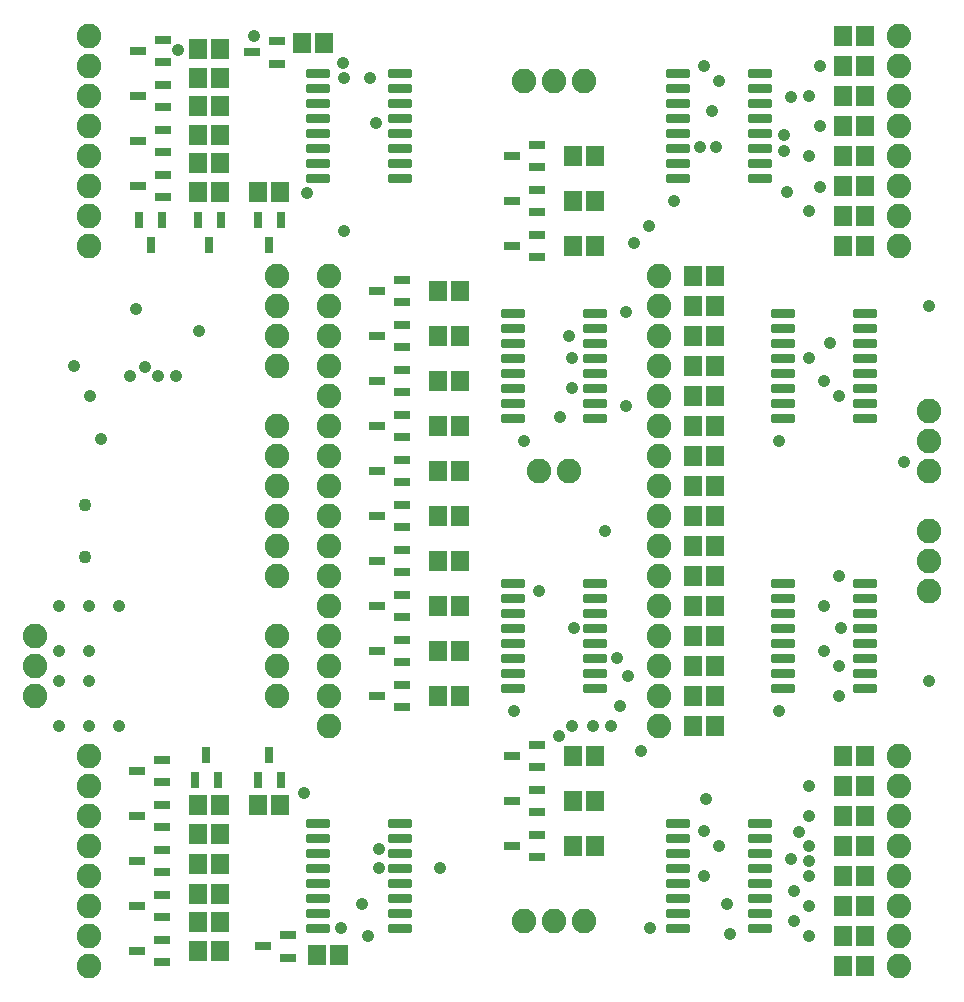
<source format=gbr>
G04 EAGLE Gerber RS-274X export*
G75*
%MOMM*%
%FSLAX34Y34*%
%LPD*%
%INSoldermask Top*%
%IPPOS*%
%AMOC8*
5,1,8,0,0,1.08239X$1,22.5*%
G01*
%ADD10R,1.453200X0.803200*%
%ADD11R,0.803200X1.453200*%
%ADD12R,1.503200X1.703200*%
%ADD13C,0.357806*%
%ADD14C,2.082800*%
%ADD15C,1.103200*%
%ADD16C,1.061200*%


D10*
X126070Y777850D03*
X126070Y796950D03*
X105070Y787400D03*
X126070Y739750D03*
X126070Y758850D03*
X105070Y749300D03*
X126070Y701650D03*
X126070Y720750D03*
X105070Y711200D03*
X126070Y663550D03*
X126070Y682650D03*
X105070Y673100D03*
D11*
X125120Y644230D03*
X106020Y644230D03*
X115570Y623230D03*
X174650Y644230D03*
X155550Y644230D03*
X165100Y623230D03*
D10*
X222590Y776580D03*
X222590Y795680D03*
X201590Y786130D03*
D11*
X225450Y644230D03*
X206350Y644230D03*
X215900Y623230D03*
D12*
X720700Y698500D03*
X701700Y698500D03*
X174600Y668020D03*
X155600Y668020D03*
X225400Y668020D03*
X206400Y668020D03*
X720700Y800100D03*
X701700Y800100D03*
X720700Y774700D03*
X701700Y774700D03*
X720700Y749300D03*
X701700Y749300D03*
X720700Y723900D03*
X701700Y723900D03*
X262230Y793750D03*
X243230Y793750D03*
X720700Y673100D03*
X701700Y673100D03*
X720700Y647700D03*
X701700Y647700D03*
X720700Y622300D03*
X701700Y622300D03*
X174600Y788670D03*
X155600Y788670D03*
X174600Y764540D03*
X155600Y764540D03*
X174600Y740410D03*
X155600Y740410D03*
X174600Y716280D03*
X155600Y716280D03*
X174600Y692150D03*
X155600Y692150D03*
D13*
X553573Y766073D02*
X570727Y766073D01*
X553573Y766073D02*
X553573Y770627D01*
X570727Y770627D01*
X570727Y766073D01*
X570727Y769472D02*
X553573Y769472D01*
X553573Y753373D02*
X570727Y753373D01*
X553573Y753373D02*
X553573Y757927D01*
X570727Y757927D01*
X570727Y753373D01*
X570727Y756772D02*
X553573Y756772D01*
X553573Y740673D02*
X570727Y740673D01*
X553573Y740673D02*
X553573Y745227D01*
X570727Y745227D01*
X570727Y740673D01*
X570727Y744072D02*
X553573Y744072D01*
X553573Y727973D02*
X570727Y727973D01*
X553573Y727973D02*
X553573Y732527D01*
X570727Y732527D01*
X570727Y727973D01*
X570727Y731372D02*
X553573Y731372D01*
X553573Y715273D02*
X570727Y715273D01*
X553573Y715273D02*
X553573Y719827D01*
X570727Y719827D01*
X570727Y715273D01*
X570727Y718672D02*
X553573Y718672D01*
X553573Y702573D02*
X570727Y702573D01*
X553573Y702573D02*
X553573Y707127D01*
X570727Y707127D01*
X570727Y702573D01*
X570727Y705972D02*
X553573Y705972D01*
X553573Y689873D02*
X570727Y689873D01*
X553573Y689873D02*
X553573Y694427D01*
X570727Y694427D01*
X570727Y689873D01*
X570727Y693272D02*
X553573Y693272D01*
X553573Y677173D02*
X570727Y677173D01*
X553573Y677173D02*
X553573Y681727D01*
X570727Y681727D01*
X570727Y677173D01*
X570727Y680572D02*
X553573Y680572D01*
X623073Y677173D02*
X640227Y677173D01*
X623073Y677173D02*
X623073Y681727D01*
X640227Y681727D01*
X640227Y677173D01*
X640227Y680572D02*
X623073Y680572D01*
X623073Y689873D02*
X640227Y689873D01*
X623073Y689873D02*
X623073Y694427D01*
X640227Y694427D01*
X640227Y689873D01*
X640227Y693272D02*
X623073Y693272D01*
X623073Y702573D02*
X640227Y702573D01*
X623073Y702573D02*
X623073Y707127D01*
X640227Y707127D01*
X640227Y702573D01*
X640227Y705972D02*
X623073Y705972D01*
X623073Y715273D02*
X640227Y715273D01*
X623073Y715273D02*
X623073Y719827D01*
X640227Y719827D01*
X640227Y715273D01*
X640227Y718672D02*
X623073Y718672D01*
X623073Y727973D02*
X640227Y727973D01*
X623073Y727973D02*
X623073Y732527D01*
X640227Y732527D01*
X640227Y727973D01*
X640227Y731372D02*
X623073Y731372D01*
X623073Y740673D02*
X640227Y740673D01*
X623073Y740673D02*
X623073Y745227D01*
X640227Y745227D01*
X640227Y740673D01*
X640227Y744072D02*
X623073Y744072D01*
X623073Y753373D02*
X640227Y753373D01*
X623073Y753373D02*
X623073Y757927D01*
X640227Y757927D01*
X640227Y753373D01*
X640227Y756772D02*
X623073Y756772D01*
X623073Y766073D02*
X640227Y766073D01*
X623073Y766073D02*
X623073Y770627D01*
X640227Y770627D01*
X640227Y766073D01*
X640227Y769472D02*
X623073Y769472D01*
D12*
X574700Y495300D03*
X593700Y495300D03*
X574700Y469900D03*
X593700Y469900D03*
X574700Y444500D03*
X593700Y444500D03*
X574700Y419100D03*
X593700Y419100D03*
X574700Y596900D03*
X593700Y596900D03*
X574700Y571500D03*
X593700Y571500D03*
X574700Y546100D03*
X593700Y546100D03*
X574700Y520700D03*
X593700Y520700D03*
D13*
X642473Y562873D02*
X659627Y562873D01*
X642473Y562873D02*
X642473Y567427D01*
X659627Y567427D01*
X659627Y562873D01*
X659627Y566272D02*
X642473Y566272D01*
X642473Y550173D02*
X659627Y550173D01*
X642473Y550173D02*
X642473Y554727D01*
X659627Y554727D01*
X659627Y550173D01*
X659627Y553572D02*
X642473Y553572D01*
X642473Y537473D02*
X659627Y537473D01*
X642473Y537473D02*
X642473Y542027D01*
X659627Y542027D01*
X659627Y537473D01*
X659627Y540872D02*
X642473Y540872D01*
X642473Y524773D02*
X659627Y524773D01*
X642473Y524773D02*
X642473Y529327D01*
X659627Y529327D01*
X659627Y524773D01*
X659627Y528172D02*
X642473Y528172D01*
X642473Y512073D02*
X659627Y512073D01*
X642473Y512073D02*
X642473Y516627D01*
X659627Y516627D01*
X659627Y512073D01*
X659627Y515472D02*
X642473Y515472D01*
X642473Y499373D02*
X659627Y499373D01*
X642473Y499373D02*
X642473Y503927D01*
X659627Y503927D01*
X659627Y499373D01*
X659627Y502772D02*
X642473Y502772D01*
X642473Y486673D02*
X659627Y486673D01*
X642473Y486673D02*
X642473Y491227D01*
X659627Y491227D01*
X659627Y486673D01*
X659627Y490072D02*
X642473Y490072D01*
X642473Y473973D02*
X659627Y473973D01*
X642473Y473973D02*
X642473Y478527D01*
X659627Y478527D01*
X659627Y473973D01*
X659627Y477372D02*
X642473Y477372D01*
X711973Y473973D02*
X729127Y473973D01*
X711973Y473973D02*
X711973Y478527D01*
X729127Y478527D01*
X729127Y473973D01*
X729127Y477372D02*
X711973Y477372D01*
X711973Y486673D02*
X729127Y486673D01*
X711973Y486673D02*
X711973Y491227D01*
X729127Y491227D01*
X729127Y486673D01*
X729127Y490072D02*
X711973Y490072D01*
X711973Y499373D02*
X729127Y499373D01*
X711973Y499373D02*
X711973Y503927D01*
X729127Y503927D01*
X729127Y499373D01*
X729127Y502772D02*
X711973Y502772D01*
X711973Y512073D02*
X729127Y512073D01*
X711973Y512073D02*
X711973Y516627D01*
X729127Y516627D01*
X729127Y512073D01*
X729127Y515472D02*
X711973Y515472D01*
X711973Y524773D02*
X729127Y524773D01*
X711973Y524773D02*
X711973Y529327D01*
X729127Y529327D01*
X729127Y524773D01*
X729127Y528172D02*
X711973Y528172D01*
X711973Y537473D02*
X729127Y537473D01*
X711973Y537473D02*
X711973Y542027D01*
X729127Y542027D01*
X729127Y537473D01*
X729127Y540872D02*
X711973Y540872D01*
X711973Y550173D02*
X729127Y550173D01*
X711973Y550173D02*
X711973Y554727D01*
X729127Y554727D01*
X729127Y550173D01*
X729127Y553572D02*
X711973Y553572D01*
X711973Y562873D02*
X729127Y562873D01*
X711973Y562873D02*
X711973Y567427D01*
X729127Y567427D01*
X729127Y562873D01*
X729127Y566272D02*
X711973Y566272D01*
D12*
X574700Y292100D03*
X593700Y292100D03*
X574700Y266700D03*
X593700Y266700D03*
X574700Y241300D03*
X593700Y241300D03*
X574700Y215900D03*
X593700Y215900D03*
X574700Y393700D03*
X593700Y393700D03*
X574700Y368300D03*
X593700Y368300D03*
X574700Y342900D03*
X593700Y342900D03*
X574700Y317500D03*
X593700Y317500D03*
D13*
X642473Y334273D02*
X659627Y334273D01*
X642473Y334273D02*
X642473Y338827D01*
X659627Y338827D01*
X659627Y334273D01*
X659627Y337672D02*
X642473Y337672D01*
X642473Y321573D02*
X659627Y321573D01*
X642473Y321573D02*
X642473Y326127D01*
X659627Y326127D01*
X659627Y321573D01*
X659627Y324972D02*
X642473Y324972D01*
X642473Y308873D02*
X659627Y308873D01*
X642473Y308873D02*
X642473Y313427D01*
X659627Y313427D01*
X659627Y308873D01*
X659627Y312272D02*
X642473Y312272D01*
X642473Y296173D02*
X659627Y296173D01*
X642473Y296173D02*
X642473Y300727D01*
X659627Y300727D01*
X659627Y296173D01*
X659627Y299572D02*
X642473Y299572D01*
X642473Y283473D02*
X659627Y283473D01*
X642473Y283473D02*
X642473Y288027D01*
X659627Y288027D01*
X659627Y283473D01*
X659627Y286872D02*
X642473Y286872D01*
X642473Y270773D02*
X659627Y270773D01*
X642473Y270773D02*
X642473Y275327D01*
X659627Y275327D01*
X659627Y270773D01*
X659627Y274172D02*
X642473Y274172D01*
X642473Y258073D02*
X659627Y258073D01*
X642473Y258073D02*
X642473Y262627D01*
X659627Y262627D01*
X659627Y258073D01*
X659627Y261472D02*
X642473Y261472D01*
X642473Y245373D02*
X659627Y245373D01*
X642473Y245373D02*
X642473Y249927D01*
X659627Y249927D01*
X659627Y245373D01*
X659627Y248772D02*
X642473Y248772D01*
X711973Y245373D02*
X729127Y245373D01*
X711973Y245373D02*
X711973Y249927D01*
X729127Y249927D01*
X729127Y245373D01*
X729127Y248772D02*
X711973Y248772D01*
X711973Y258073D02*
X729127Y258073D01*
X711973Y258073D02*
X711973Y262627D01*
X729127Y262627D01*
X729127Y258073D01*
X729127Y261472D02*
X711973Y261472D01*
X711973Y270773D02*
X729127Y270773D01*
X711973Y270773D02*
X711973Y275327D01*
X729127Y275327D01*
X729127Y270773D01*
X729127Y274172D02*
X711973Y274172D01*
X711973Y283473D02*
X729127Y283473D01*
X711973Y283473D02*
X711973Y288027D01*
X729127Y288027D01*
X729127Y283473D01*
X729127Y286872D02*
X711973Y286872D01*
X711973Y296173D02*
X729127Y296173D01*
X711973Y296173D02*
X711973Y300727D01*
X729127Y300727D01*
X729127Y296173D01*
X729127Y299572D02*
X711973Y299572D01*
X711973Y308873D02*
X729127Y308873D01*
X711973Y308873D02*
X711973Y313427D01*
X729127Y313427D01*
X729127Y308873D01*
X729127Y312272D02*
X711973Y312272D01*
X711973Y321573D02*
X729127Y321573D01*
X711973Y321573D02*
X711973Y326127D01*
X729127Y326127D01*
X729127Y321573D01*
X729127Y324972D02*
X711973Y324972D01*
X711973Y334273D02*
X729127Y334273D01*
X711973Y334273D02*
X711973Y338827D01*
X729127Y338827D01*
X729127Y334273D01*
X729127Y337672D02*
X711973Y337672D01*
D12*
X720700Y88900D03*
X701700Y88900D03*
X720700Y63500D03*
X701700Y63500D03*
X720700Y38100D03*
X701700Y38100D03*
X720700Y12700D03*
X701700Y12700D03*
X720700Y190500D03*
X701700Y190500D03*
X720700Y165100D03*
X701700Y165100D03*
X720700Y139700D03*
X701700Y139700D03*
X720700Y114300D03*
X701700Y114300D03*
D13*
X570727Y131073D02*
X553573Y131073D01*
X553573Y135627D01*
X570727Y135627D01*
X570727Y131073D01*
X570727Y134472D02*
X553573Y134472D01*
X553573Y118373D02*
X570727Y118373D01*
X553573Y118373D02*
X553573Y122927D01*
X570727Y122927D01*
X570727Y118373D01*
X570727Y121772D02*
X553573Y121772D01*
X553573Y105673D02*
X570727Y105673D01*
X553573Y105673D02*
X553573Y110227D01*
X570727Y110227D01*
X570727Y105673D01*
X570727Y109072D02*
X553573Y109072D01*
X553573Y92973D02*
X570727Y92973D01*
X553573Y92973D02*
X553573Y97527D01*
X570727Y97527D01*
X570727Y92973D01*
X570727Y96372D02*
X553573Y96372D01*
X553573Y80273D02*
X570727Y80273D01*
X553573Y80273D02*
X553573Y84827D01*
X570727Y84827D01*
X570727Y80273D01*
X570727Y83672D02*
X553573Y83672D01*
X553573Y67573D02*
X570727Y67573D01*
X553573Y67573D02*
X553573Y72127D01*
X570727Y72127D01*
X570727Y67573D01*
X570727Y70972D02*
X553573Y70972D01*
X553573Y54873D02*
X570727Y54873D01*
X553573Y54873D02*
X553573Y59427D01*
X570727Y59427D01*
X570727Y54873D01*
X570727Y58272D02*
X553573Y58272D01*
X553573Y42173D02*
X570727Y42173D01*
X553573Y42173D02*
X553573Y46727D01*
X570727Y46727D01*
X570727Y42173D01*
X570727Y45572D02*
X553573Y45572D01*
X623073Y42173D02*
X640227Y42173D01*
X623073Y42173D02*
X623073Y46727D01*
X640227Y46727D01*
X640227Y42173D01*
X640227Y45572D02*
X623073Y45572D01*
X623073Y54873D02*
X640227Y54873D01*
X623073Y54873D02*
X623073Y59427D01*
X640227Y59427D01*
X640227Y54873D01*
X640227Y58272D02*
X623073Y58272D01*
X623073Y67573D02*
X640227Y67573D01*
X623073Y67573D02*
X623073Y72127D01*
X640227Y72127D01*
X640227Y67573D01*
X640227Y70972D02*
X623073Y70972D01*
X623073Y80273D02*
X640227Y80273D01*
X623073Y80273D02*
X623073Y84827D01*
X640227Y84827D01*
X640227Y80273D01*
X640227Y83672D02*
X623073Y83672D01*
X623073Y92973D02*
X640227Y92973D01*
X623073Y92973D02*
X623073Y97527D01*
X640227Y97527D01*
X640227Y92973D01*
X640227Y96372D02*
X623073Y96372D01*
X623073Y105673D02*
X640227Y105673D01*
X623073Y105673D02*
X623073Y110227D01*
X640227Y110227D01*
X640227Y105673D01*
X640227Y109072D02*
X623073Y109072D01*
X623073Y118373D02*
X640227Y118373D01*
X623073Y118373D02*
X623073Y122927D01*
X640227Y122927D01*
X640227Y118373D01*
X640227Y121772D02*
X623073Y121772D01*
X623073Y131073D02*
X640227Y131073D01*
X623073Y131073D02*
X623073Y135627D01*
X640227Y135627D01*
X640227Y131073D01*
X640227Y134472D02*
X623073Y134472D01*
D10*
X442300Y688950D03*
X442300Y708050D03*
X421300Y698500D03*
D12*
X492100Y698500D03*
X473100Y698500D03*
D10*
X442300Y650850D03*
X442300Y669950D03*
X421300Y660400D03*
X442300Y612750D03*
X442300Y631850D03*
X421300Y622300D03*
X328000Y574650D03*
X328000Y593750D03*
X307000Y584200D03*
X328000Y536550D03*
X328000Y555650D03*
X307000Y546100D03*
X328000Y498450D03*
X328000Y517550D03*
X307000Y508000D03*
X328000Y460350D03*
X328000Y479450D03*
X307000Y469900D03*
X328000Y422250D03*
X328000Y441350D03*
X307000Y431800D03*
D12*
X492100Y660400D03*
X473100Y660400D03*
X492100Y622300D03*
X473100Y622300D03*
X377800Y584200D03*
X358800Y584200D03*
X377800Y546100D03*
X358800Y546100D03*
X377800Y508000D03*
X358800Y508000D03*
X377800Y469900D03*
X358800Y469900D03*
X377800Y431800D03*
X358800Y431800D03*
D10*
X328000Y384150D03*
X328000Y403250D03*
X307000Y393700D03*
D12*
X377800Y393700D03*
X358800Y393700D03*
D10*
X328000Y346050D03*
X328000Y365150D03*
X307000Y355600D03*
X328000Y307950D03*
X328000Y327050D03*
X307000Y317500D03*
X328000Y269850D03*
X328000Y288950D03*
X307000Y279400D03*
X328000Y231750D03*
X328000Y250850D03*
X307000Y241300D03*
X442300Y180950D03*
X442300Y200050D03*
X421300Y190500D03*
X442300Y142850D03*
X442300Y161950D03*
X421300Y152400D03*
X442300Y104750D03*
X442300Y123850D03*
X421300Y114300D03*
D12*
X377800Y355600D03*
X358800Y355600D03*
X377800Y317500D03*
X358800Y317500D03*
X377800Y279400D03*
X358800Y279400D03*
X377800Y241300D03*
X358800Y241300D03*
X492100Y190500D03*
X473100Y190500D03*
X492100Y152400D03*
X473100Y152400D03*
X492100Y114300D03*
X473100Y114300D03*
D11*
X206350Y169840D03*
X225450Y169840D03*
X215900Y190840D03*
D12*
X225400Y148590D03*
X206400Y148590D03*
D11*
X153010Y169840D03*
X172110Y169840D03*
X162560Y190840D03*
D10*
X124800Y168250D03*
X124800Y187350D03*
X103800Y177800D03*
X124800Y130150D03*
X124800Y149250D03*
X103800Y139700D03*
X124800Y92050D03*
X124800Y111150D03*
X103800Y101600D03*
X124800Y53950D03*
X124800Y73050D03*
X103800Y63500D03*
X124800Y15850D03*
X124800Y34950D03*
X103800Y25400D03*
X231480Y19660D03*
X231480Y38760D03*
X210480Y29210D03*
D12*
X174600Y148590D03*
X155600Y148590D03*
X174600Y124460D03*
X155600Y124460D03*
X174600Y99060D03*
X155600Y99060D03*
X174600Y73660D03*
X155600Y73660D03*
X174600Y49530D03*
X155600Y49530D03*
X174600Y25400D03*
X155600Y25400D03*
X274930Y21590D03*
X255930Y21590D03*
D13*
X248773Y766073D02*
X265927Y766073D01*
X248773Y766073D02*
X248773Y770627D01*
X265927Y770627D01*
X265927Y766073D01*
X265927Y769472D02*
X248773Y769472D01*
X248773Y753373D02*
X265927Y753373D01*
X248773Y753373D02*
X248773Y757927D01*
X265927Y757927D01*
X265927Y753373D01*
X265927Y756772D02*
X248773Y756772D01*
X248773Y740673D02*
X265927Y740673D01*
X248773Y740673D02*
X248773Y745227D01*
X265927Y745227D01*
X265927Y740673D01*
X265927Y744072D02*
X248773Y744072D01*
X248773Y727973D02*
X265927Y727973D01*
X248773Y727973D02*
X248773Y732527D01*
X265927Y732527D01*
X265927Y727973D01*
X265927Y731372D02*
X248773Y731372D01*
X248773Y715273D02*
X265927Y715273D01*
X248773Y715273D02*
X248773Y719827D01*
X265927Y719827D01*
X265927Y715273D01*
X265927Y718672D02*
X248773Y718672D01*
X248773Y702573D02*
X265927Y702573D01*
X248773Y702573D02*
X248773Y707127D01*
X265927Y707127D01*
X265927Y702573D01*
X265927Y705972D02*
X248773Y705972D01*
X248773Y689873D02*
X265927Y689873D01*
X248773Y689873D02*
X248773Y694427D01*
X265927Y694427D01*
X265927Y689873D01*
X265927Y693272D02*
X248773Y693272D01*
X248773Y677173D02*
X265927Y677173D01*
X248773Y677173D02*
X248773Y681727D01*
X265927Y681727D01*
X265927Y677173D01*
X265927Y680572D02*
X248773Y680572D01*
X318273Y677173D02*
X335427Y677173D01*
X318273Y677173D02*
X318273Y681727D01*
X335427Y681727D01*
X335427Y677173D01*
X335427Y680572D02*
X318273Y680572D01*
X318273Y689873D02*
X335427Y689873D01*
X318273Y689873D02*
X318273Y694427D01*
X335427Y694427D01*
X335427Y689873D01*
X335427Y693272D02*
X318273Y693272D01*
X318273Y702573D02*
X335427Y702573D01*
X318273Y702573D02*
X318273Y707127D01*
X335427Y707127D01*
X335427Y702573D01*
X335427Y705972D02*
X318273Y705972D01*
X318273Y715273D02*
X335427Y715273D01*
X318273Y715273D02*
X318273Y719827D01*
X335427Y719827D01*
X335427Y715273D01*
X335427Y718672D02*
X318273Y718672D01*
X318273Y727973D02*
X335427Y727973D01*
X318273Y727973D02*
X318273Y732527D01*
X335427Y732527D01*
X335427Y727973D01*
X335427Y731372D02*
X318273Y731372D01*
X318273Y740673D02*
X335427Y740673D01*
X318273Y740673D02*
X318273Y745227D01*
X335427Y745227D01*
X335427Y740673D01*
X335427Y744072D02*
X318273Y744072D01*
X318273Y753373D02*
X335427Y753373D01*
X318273Y753373D02*
X318273Y757927D01*
X335427Y757927D01*
X335427Y753373D01*
X335427Y756772D02*
X318273Y756772D01*
X318273Y766073D02*
X335427Y766073D01*
X318273Y766073D02*
X318273Y770627D01*
X335427Y770627D01*
X335427Y766073D01*
X335427Y769472D02*
X318273Y769472D01*
X413873Y562873D02*
X431027Y562873D01*
X413873Y562873D02*
X413873Y567427D01*
X431027Y567427D01*
X431027Y562873D01*
X431027Y566272D02*
X413873Y566272D01*
X413873Y550173D02*
X431027Y550173D01*
X413873Y550173D02*
X413873Y554727D01*
X431027Y554727D01*
X431027Y550173D01*
X431027Y553572D02*
X413873Y553572D01*
X413873Y537473D02*
X431027Y537473D01*
X413873Y537473D02*
X413873Y542027D01*
X431027Y542027D01*
X431027Y537473D01*
X431027Y540872D02*
X413873Y540872D01*
X413873Y524773D02*
X431027Y524773D01*
X413873Y524773D02*
X413873Y529327D01*
X431027Y529327D01*
X431027Y524773D01*
X431027Y528172D02*
X413873Y528172D01*
X413873Y512073D02*
X431027Y512073D01*
X413873Y512073D02*
X413873Y516627D01*
X431027Y516627D01*
X431027Y512073D01*
X431027Y515472D02*
X413873Y515472D01*
X413873Y499373D02*
X431027Y499373D01*
X413873Y499373D02*
X413873Y503927D01*
X431027Y503927D01*
X431027Y499373D01*
X431027Y502772D02*
X413873Y502772D01*
X413873Y486673D02*
X431027Y486673D01*
X413873Y486673D02*
X413873Y491227D01*
X431027Y491227D01*
X431027Y486673D01*
X431027Y490072D02*
X413873Y490072D01*
X413873Y473973D02*
X431027Y473973D01*
X413873Y473973D02*
X413873Y478527D01*
X431027Y478527D01*
X431027Y473973D01*
X431027Y477372D02*
X413873Y477372D01*
X483373Y473973D02*
X500527Y473973D01*
X483373Y473973D02*
X483373Y478527D01*
X500527Y478527D01*
X500527Y473973D01*
X500527Y477372D02*
X483373Y477372D01*
X483373Y486673D02*
X500527Y486673D01*
X483373Y486673D02*
X483373Y491227D01*
X500527Y491227D01*
X500527Y486673D01*
X500527Y490072D02*
X483373Y490072D01*
X483373Y499373D02*
X500527Y499373D01*
X483373Y499373D02*
X483373Y503927D01*
X500527Y503927D01*
X500527Y499373D01*
X500527Y502772D02*
X483373Y502772D01*
X483373Y512073D02*
X500527Y512073D01*
X483373Y512073D02*
X483373Y516627D01*
X500527Y516627D01*
X500527Y512073D01*
X500527Y515472D02*
X483373Y515472D01*
X483373Y524773D02*
X500527Y524773D01*
X483373Y524773D02*
X483373Y529327D01*
X500527Y529327D01*
X500527Y524773D01*
X500527Y528172D02*
X483373Y528172D01*
X483373Y537473D02*
X500527Y537473D01*
X483373Y537473D02*
X483373Y542027D01*
X500527Y542027D01*
X500527Y537473D01*
X500527Y540872D02*
X483373Y540872D01*
X483373Y550173D02*
X500527Y550173D01*
X483373Y550173D02*
X483373Y554727D01*
X500527Y554727D01*
X500527Y550173D01*
X500527Y553572D02*
X483373Y553572D01*
X483373Y562873D02*
X500527Y562873D01*
X483373Y562873D02*
X483373Y567427D01*
X500527Y567427D01*
X500527Y562873D01*
X500527Y566272D02*
X483373Y566272D01*
X431027Y334273D02*
X413873Y334273D01*
X413873Y338827D01*
X431027Y338827D01*
X431027Y334273D01*
X431027Y337672D02*
X413873Y337672D01*
X413873Y321573D02*
X431027Y321573D01*
X413873Y321573D02*
X413873Y326127D01*
X431027Y326127D01*
X431027Y321573D01*
X431027Y324972D02*
X413873Y324972D01*
X413873Y308873D02*
X431027Y308873D01*
X413873Y308873D02*
X413873Y313427D01*
X431027Y313427D01*
X431027Y308873D01*
X431027Y312272D02*
X413873Y312272D01*
X413873Y296173D02*
X431027Y296173D01*
X413873Y296173D02*
X413873Y300727D01*
X431027Y300727D01*
X431027Y296173D01*
X431027Y299572D02*
X413873Y299572D01*
X413873Y283473D02*
X431027Y283473D01*
X413873Y283473D02*
X413873Y288027D01*
X431027Y288027D01*
X431027Y283473D01*
X431027Y286872D02*
X413873Y286872D01*
X413873Y270773D02*
X431027Y270773D01*
X413873Y270773D02*
X413873Y275327D01*
X431027Y275327D01*
X431027Y270773D01*
X431027Y274172D02*
X413873Y274172D01*
X413873Y258073D02*
X431027Y258073D01*
X413873Y258073D02*
X413873Y262627D01*
X431027Y262627D01*
X431027Y258073D01*
X431027Y261472D02*
X413873Y261472D01*
X413873Y245373D02*
X431027Y245373D01*
X413873Y245373D02*
X413873Y249927D01*
X431027Y249927D01*
X431027Y245373D01*
X431027Y248772D02*
X413873Y248772D01*
X483373Y245373D02*
X500527Y245373D01*
X483373Y245373D02*
X483373Y249927D01*
X500527Y249927D01*
X500527Y245373D01*
X500527Y248772D02*
X483373Y248772D01*
X483373Y258073D02*
X500527Y258073D01*
X483373Y258073D02*
X483373Y262627D01*
X500527Y262627D01*
X500527Y258073D01*
X500527Y261472D02*
X483373Y261472D01*
X483373Y270773D02*
X500527Y270773D01*
X483373Y270773D02*
X483373Y275327D01*
X500527Y275327D01*
X500527Y270773D01*
X500527Y274172D02*
X483373Y274172D01*
X483373Y283473D02*
X500527Y283473D01*
X483373Y283473D02*
X483373Y288027D01*
X500527Y288027D01*
X500527Y283473D01*
X500527Y286872D02*
X483373Y286872D01*
X483373Y296173D02*
X500527Y296173D01*
X483373Y296173D02*
X483373Y300727D01*
X500527Y300727D01*
X500527Y296173D01*
X500527Y299572D02*
X483373Y299572D01*
X483373Y308873D02*
X500527Y308873D01*
X483373Y308873D02*
X483373Y313427D01*
X500527Y313427D01*
X500527Y308873D01*
X500527Y312272D02*
X483373Y312272D01*
X483373Y321573D02*
X500527Y321573D01*
X483373Y321573D02*
X483373Y326127D01*
X500527Y326127D01*
X500527Y321573D01*
X500527Y324972D02*
X483373Y324972D01*
X483373Y334273D02*
X500527Y334273D01*
X483373Y334273D02*
X483373Y338827D01*
X500527Y338827D01*
X500527Y334273D01*
X500527Y337672D02*
X483373Y337672D01*
X265927Y131073D02*
X248773Y131073D01*
X248773Y135627D01*
X265927Y135627D01*
X265927Y131073D01*
X265927Y134472D02*
X248773Y134472D01*
X248773Y118373D02*
X265927Y118373D01*
X248773Y118373D02*
X248773Y122927D01*
X265927Y122927D01*
X265927Y118373D01*
X265927Y121772D02*
X248773Y121772D01*
X248773Y105673D02*
X265927Y105673D01*
X248773Y105673D02*
X248773Y110227D01*
X265927Y110227D01*
X265927Y105673D01*
X265927Y109072D02*
X248773Y109072D01*
X248773Y92973D02*
X265927Y92973D01*
X248773Y92973D02*
X248773Y97527D01*
X265927Y97527D01*
X265927Y92973D01*
X265927Y96372D02*
X248773Y96372D01*
X248773Y80273D02*
X265927Y80273D01*
X248773Y80273D02*
X248773Y84827D01*
X265927Y84827D01*
X265927Y80273D01*
X265927Y83672D02*
X248773Y83672D01*
X248773Y67573D02*
X265927Y67573D01*
X248773Y67573D02*
X248773Y72127D01*
X265927Y72127D01*
X265927Y67573D01*
X265927Y70972D02*
X248773Y70972D01*
X248773Y54873D02*
X265927Y54873D01*
X248773Y54873D02*
X248773Y59427D01*
X265927Y59427D01*
X265927Y54873D01*
X265927Y58272D02*
X248773Y58272D01*
X248773Y42173D02*
X265927Y42173D01*
X248773Y42173D02*
X248773Y46727D01*
X265927Y46727D01*
X265927Y42173D01*
X265927Y45572D02*
X248773Y45572D01*
X318273Y42173D02*
X335427Y42173D01*
X318273Y42173D02*
X318273Y46727D01*
X335427Y46727D01*
X335427Y42173D01*
X335427Y45572D02*
X318273Y45572D01*
X318273Y54873D02*
X335427Y54873D01*
X318273Y54873D02*
X318273Y59427D01*
X335427Y59427D01*
X335427Y54873D01*
X335427Y58272D02*
X318273Y58272D01*
X318273Y67573D02*
X335427Y67573D01*
X318273Y67573D02*
X318273Y72127D01*
X335427Y72127D01*
X335427Y67573D01*
X335427Y70972D02*
X318273Y70972D01*
X318273Y80273D02*
X335427Y80273D01*
X318273Y80273D02*
X318273Y84827D01*
X335427Y84827D01*
X335427Y80273D01*
X335427Y83672D02*
X318273Y83672D01*
X318273Y92973D02*
X335427Y92973D01*
X318273Y92973D02*
X318273Y97527D01*
X335427Y97527D01*
X335427Y92973D01*
X335427Y96372D02*
X318273Y96372D01*
X318273Y105673D02*
X335427Y105673D01*
X318273Y105673D02*
X318273Y110227D01*
X335427Y110227D01*
X335427Y105673D01*
X335427Y109072D02*
X318273Y109072D01*
X318273Y118373D02*
X335427Y118373D01*
X318273Y118373D02*
X318273Y122927D01*
X335427Y122927D01*
X335427Y118373D01*
X335427Y121772D02*
X318273Y121772D01*
X318273Y131073D02*
X335427Y131073D01*
X318273Y131073D02*
X318273Y135627D01*
X335427Y135627D01*
X335427Y131073D01*
X335427Y134472D02*
X318273Y134472D01*
D14*
X774700Y482600D03*
X774700Y457200D03*
X774700Y431800D03*
X774700Y330200D03*
X774700Y355600D03*
X774700Y381000D03*
X431800Y762000D03*
X457200Y762000D03*
X482600Y762000D03*
X431800Y50800D03*
X457200Y50800D03*
X482600Y50800D03*
X469900Y431800D03*
X444500Y431800D03*
D15*
X59690Y359000D03*
X59690Y403000D03*
D14*
X222250Y292100D03*
X222250Y266700D03*
X222250Y241300D03*
X222250Y596900D03*
X222250Y571500D03*
X222250Y546100D03*
X222250Y520700D03*
X222250Y419100D03*
X222250Y444500D03*
X222250Y469900D03*
X222250Y342900D03*
X222250Y368300D03*
X222250Y393700D03*
X749300Y800100D03*
X749300Y774700D03*
X749300Y749300D03*
X749300Y723900D03*
X749300Y698500D03*
X749300Y673100D03*
X749300Y647700D03*
X749300Y622300D03*
X546100Y596900D03*
X546100Y571500D03*
X546100Y546100D03*
X546100Y520700D03*
X546100Y495300D03*
X546100Y469900D03*
X546100Y444500D03*
X546100Y419100D03*
X546100Y393700D03*
X546100Y368300D03*
X546100Y342900D03*
X546100Y317500D03*
X546100Y292100D03*
X546100Y266700D03*
X546100Y241300D03*
X546100Y215900D03*
X749300Y190500D03*
X749300Y165100D03*
X749300Y139700D03*
X749300Y114300D03*
X749300Y88900D03*
X749300Y63500D03*
X749300Y38100D03*
X749300Y12700D03*
X63500Y800100D03*
X63500Y774700D03*
X63500Y749300D03*
X63500Y723900D03*
X63500Y698500D03*
X63500Y673100D03*
X63500Y647700D03*
X63500Y622300D03*
X266700Y596900D03*
X266700Y571500D03*
X266700Y546100D03*
X266700Y520700D03*
X266700Y495300D03*
X266700Y469900D03*
X266700Y444500D03*
X266700Y419100D03*
X266700Y393700D03*
X266700Y368300D03*
X266700Y342900D03*
X266700Y317500D03*
X266700Y292100D03*
X266700Y266700D03*
X266700Y241300D03*
X266700Y215900D03*
X63500Y190500D03*
X63500Y165100D03*
X63500Y139700D03*
X63500Y114300D03*
X63500Y88900D03*
X63500Y63500D03*
X63500Y38100D03*
X63500Y12700D03*
X17780Y241300D03*
X17780Y266700D03*
X17780Y292100D03*
D16*
X538480Y44450D03*
X657860Y102870D03*
X308610Y95250D03*
X276860Y44450D03*
X422910Y228600D03*
X473710Y298450D03*
X247650Y666750D03*
X306070Y726440D03*
X431800Y457200D03*
X472440Y527050D03*
X647700Y457200D03*
X673100Y527050D03*
X558800Y660400D03*
X654050Y668020D03*
X647700Y228600D03*
X699770Y298450D03*
X245110Y158750D03*
X203200Y800100D03*
X138927Y788173D03*
X88900Y317500D03*
X63500Y317500D03*
X88900Y215900D03*
X63500Y215900D03*
X63500Y279400D03*
X63500Y254000D03*
X38100Y215900D03*
X38100Y317500D03*
X38100Y279400D03*
X38100Y254000D03*
X774700Y571500D03*
X774700Y254000D03*
X73660Y458470D03*
X444500Y330200D03*
X580390Y706120D03*
X681990Y671830D03*
X594360Y706120D03*
X673100Y698500D03*
X590550Y736600D03*
X681990Y723900D03*
X596900Y762000D03*
X673100Y749300D03*
X584200Y774700D03*
X681990Y774700D03*
X657860Y748030D03*
X698500Y266700D03*
X660400Y76200D03*
X698500Y495300D03*
X651510Y702310D03*
X753110Y439420D03*
X673100Y101600D03*
X685800Y279400D03*
X685800Y508000D03*
X651510Y716280D03*
X698500Y342900D03*
X685800Y317500D03*
X673100Y651510D03*
X690880Y539750D03*
X664210Y125730D03*
X698500Y241300D03*
X605790Y39370D03*
X673100Y38100D03*
X603250Y64770D03*
X673100Y63500D03*
X584200Y88900D03*
X673100Y88900D03*
X596900Y114300D03*
X673100Y114300D03*
X584200Y127000D03*
X673100Y139700D03*
X585470Y153670D03*
X673100Y165100D03*
X660400Y50800D03*
X300990Y764540D03*
X299720Y38100D03*
X279400Y764540D03*
X530860Y194310D03*
X510540Y273050D03*
X500380Y381000D03*
X537210Y638810D03*
X472440Y501650D03*
X294640Y64770D03*
X278130Y777240D03*
X462280Y477520D03*
X518160Y486410D03*
X519430Y257810D03*
X513080Y232410D03*
X518160Y566420D03*
X524510Y624840D03*
X469900Y546100D03*
X279400Y635000D03*
X461010Y207010D03*
X505460Y215900D03*
X472440Y215900D03*
X490220Y215900D03*
X360680Y95250D03*
X308610Y111760D03*
X97790Y511810D03*
X102870Y568960D03*
X137160Y511810D03*
X50800Y520700D03*
X121920Y511810D03*
X110490Y519430D03*
X63968Y494832D03*
X156210Y549910D03*
M02*

</source>
